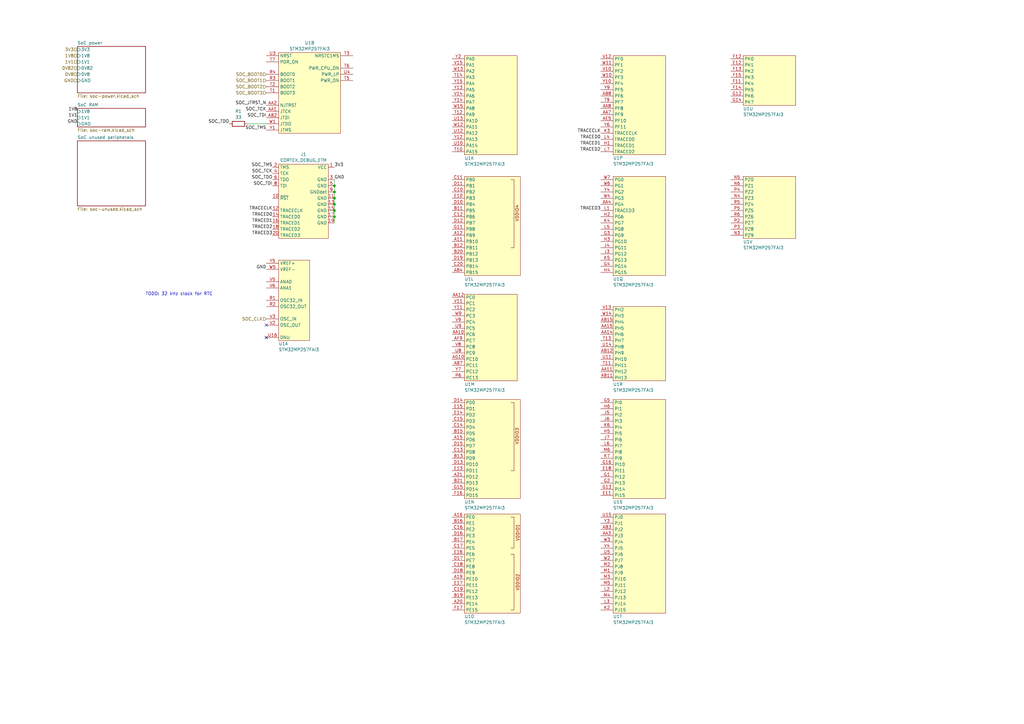
<source format=kicad_sch>
(kicad_sch (version 20231120) (generator "eeschema") (generator_version "8.0")
  (paper "A3")
  (title_block (title "AYRTON Main Board") (date "2024-11-18") (rev "0.1") (company "Antikernel Labs") (comment 1 "Andrew D. Zonenberg"))
  (lib_symbols
    (symbol "device:R" (pin_numbers hide) (pin_names (offset 0))
      (property "Reference" "R" (at 2.032 0 90))
      (property "Value" "R" (at 0 0 90))
      (symbol "R_0_1"
        (rectangle (start -1.016 -2.54) (end 1.016 2.54) (stroke (width 0.254)))
      )
      (symbol "R_1_1"
        (pin passive line (at 0 3.81 270) (length 1.27) (name "~") (number "1"))
        (pin passive line (at 0 -3.81 90) (length 1.27) (name "~") (number "2"))
      )
    )
    (symbol "special-azonenberg:CORTEX_DEBUG_ETM"
      (property "Reference" "J" (at 0 -2.286 0))
      (property "Value" "CORTEX_DEBUG_ETM" (at -0.508 -4.826 0))
      (symbol "CORTEX_DEBUG_ETM_1_1"
        (rectangle (start 0 30.48) (end 20.32 0) (fill (type background)))
        (pin power_in line (at 22.86 29.21 180) (length 2.54) (name "VCC") (number "1"))
        (pin output line (at -2.54 16.51 0) (length 2.54) (name "~{RST}") (number "10"))
        (pin power_in line (at 22.86 16.51 180) (length 2.54) (name "GND") (number "11"))
        (pin input line (at -2.54 11.43 0) (length 2.54) (name "TRACECLK") (number "12"))
        (pin power_in line (at 22.86 13.97 180) (length 2.54) (name "GND") (number "13"))
        (pin input line (at -2.54 8.89 0) (length 2.54) (name "TRACED0") (number "14"))
        (pin power_in line (at 22.86 11.43 180) (length 2.54) (name "GND") (number "15"))
        (pin input line (at -2.54 6.35 0) (length 2.54) (name "TRACED1") (number "16"))
        (pin power_in line (at 22.86 8.89 180) (length 2.54) (name "GND") (number "17"))
        (pin input line (at -2.54 3.81 0) (length 2.54) (name "TRACED2") (number "18"))
        (pin power_in line (at 22.86 6.35 180) (length 2.54) (name "GND") (number "19"))
        (pin output line (at -2.54 29.21 0) (length 2.54) (name "TMS") (number "2"))
        (pin input line (at -2.54 1.27 0) (length 2.54) (name "TRACED3") (number "20"))
        (pin power_in line (at 22.86 24.13 180) (length 2.54) (name "GND") (number "3"))
        (pin output line (at -2.54 26.67 0) (length 2.54) (name "TCK") (number "4"))
        (pin power_in line (at 22.86 21.59 180) (length 2.54) (name "GND") (number "5"))
        (pin input line (at -2.54 24.13 0) (length 2.54) (name "TDO") (number "6"))
        (pin output line (at -2.54 21.59 0) (length 2.54) (name "TDI") (number "8"))
        (pin power_in line (at 22.86 19.05 180) (length 2.54) (name "GNDdet") (number "9"))
      )
    )
    (symbol "st-azonenberg:STM32MP257FAI3"
      (property "Reference" "U" (at 0 -1.016 0))
      (property "Value" "STM32MP257FAI3" (at 0 -3.048 0))
      (symbol "STM32MP257FAI3_1_1"
        (rectangle (start 0 33.02) (end 12.7 0) (fill (type background)))
        (pin input line (at -5.08 16.51 0) (length 5.08) (name "OSC32_IN") (number "R1"))
        (pin output line (at -5.08 13.97 0) (length 5.08) (name "OSC32_OUT") (number "R2"))
        (pin no_connect line (at -5.08 1.27 0) (length 5.08) (name "DNU") (number "U16"))
        (pin output line (at -5.08 6.35 0) (length 5.08) (name "OSC_OUT") (number "V2"))
        (pin input line (at -5.08 8.89 0) (length 5.08) (name "OSC_IN") (number "V3"))
        (pin input line (at -5.08 24.13 0) (length 5.08) (name "ANA0") (number "V5"))
        (pin input line (at -5.08 21.59 0) (length 5.08) (name "ANA1") (number "V6"))
        (pin power_in line (at -5.08 29.21 0) (length 5.08) (name "VREF-") (number "W5"))
        (pin power_in line (at -5.08 31.75 0) (length 5.08) (name "VREF+") (number "Y5"))
      )
      (symbol "STM32MP257FAI3_2_1"
        (rectangle (start 0 33.02) (end 25.4 0) (fill (type background)))
        (pin input line (at -5.08 8.89 0) (length 5.08) (name "JTCK") (number "AA1"))
        (pin input line (at -5.08 11.43 0) (length 5.08) (name "NJTRST") (number "AA2"))
        (pin input line (at -5.08 6.35 0) (length 5.08) (name "JTDI") (number "AB2"))
        (pin input line (at -5.08 21.59 0) (length 5.08) (name "BOOT1") (number "R3"))
        (pin input line (at -5.08 24.13 0) (length 5.08) (name "BOOT0") (number "R4"))
        (pin input line (at -5.08 16.51 0) (length 5.08) (name "BOOT3") (number "T1"))
        (pin input line (at -5.08 19.05 0) (length 5.08) (name "BOOT2") (number "T2"))
        (pin output line (at 30.48 31.75 180) (length 5.08) (name "NRSTC1MS") (number "T3"))
        (pin output line (at 30.48 21.59 180) (length 5.08) (name "PWR_ON") (number "T5"))
        (pin output line (at 30.48 26.67 180) (length 5.08) (name "PWR_CPU_ON") (number "T6"))
        (pin input line (at -5.08 29.21 0) (length 5.08) (name "PDR_ON") (number "T7"))
        (pin bidirectional line (at -5.08 31.75 0) (length 5.08) (name "NRST") (number "U3"))
        (pin output line (at 30.48 24.13 180) (length 5.08) (name "PWR_LP") (number "U4"))
        (pin output line (at -5.08 3.81 0) (length 5.08) (name "JTDO") (number "W1"))
        (pin input line (at -5.08 1.27 0) (length 5.08) (name "JTMS") (number "Y1"))
      )
      (symbol "STM32MP257FAI3_3_1"
        (rectangle (start 0 27.94) (end 19.05 0) (fill (type background)))
        (pin bidirectional line (at -5.08 19.05 0) (length 5.08) (name "USBH_HS_DP") (number "AA16"))
        (pin bidirectional line (at -5.08 16.51 0) (length 5.08) (name "USBH_HS_DM") (number "AB16"))
        (pin bidirectional line (at -5.08 26.67 0) (length 5.08) (name "UCPD1_CC1") (number "T15"))
        (pin bidirectional line (at -5.08 24.13 0) (length 5.08) (name "UCPD1_CC2") (number "T17"))
        (pin input line (at -5.08 3.81 0) (length 5.08) (name "USBH_HS_TXRTUNE") (number "V16"))
        (pin input line (at -5.08 1.27 0) (length 5.08) (name "USB3DR_TXRTUNE") (number "V17"))
        (pin bidirectional line (at -5.08 11.43 0) (length 5.08) (name "USB3DR_DP") (number "W17"))
        (pin bidirectional line (at -5.08 8.89 0) (length 5.08) (name "USB3DR_DM") (number "Y17"))
      )
      (symbol "STM32MP257FAI3_4_1"
        (rectangle (start 0 25.4) (end 11.43 0) (fill (type background)))
        (pin input line (at -5.08 13.97 0) (length 5.08) (name "CSI_D0N") (number "B5"))
        (pin input line (at -5.08 16.51 0) (length 5.08) (name "CSI_D0P") (number "C5"))
        (pin input line (at -5.08 21.59 0) (length 5.08) (name "CSI_CKP") (number "C6"))
        (pin input line (at -5.08 24.13 0) (length 5.08) (name "CSI_CKN") (number "D6"))
        (pin input line (at -5.08 8.89 0) (length 5.08) (name "CSI_D1P") (number "D7"))
        (pin input line (at -5.08 1.27 0) (length 5.08) (name "CSI_REXT") (number "E6"))
        (pin input line (at -5.08 6.35 0) (length 5.08) (name "CSI_D1N") (number "E7"))
      )
      (symbol "STM32MP257FAI3_5_1"
        (rectangle (start 0 78.74) (end 15.24 0) (fill (type background)))
        (pin output line (at -5.08 26.67 0) (length 5.08) (name "DDR_A20") (number "G18"))
        (pin output line (at -5.08 21.59 0) (length 5.08) (name "DDR_A22") (number "H17"))
        (pin output line (at -5.08 34.29 0) (length 5.08) (name "DDR_A17") (number "H18"))
        (pin output line (at -5.08 31.75 0) (length 5.08) (name "DDR_A18") (number "H19"))
        (pin output line (at -5.08 19.05 0) (length 5.08) (name "DDR_A23") (number "J17"))
        (pin output line (at -5.08 36.83 0) (length 5.08) (name "DDR_A16") (number "J18"))
        (pin output line (at -5.08 24.13 0) (length 5.08) (name "DDR_A21") (number "J19"))
        (pin output line (at -5.08 29.21 0) (length 5.08) (name "DDR_A19") (number "K17"))
        (pin output line (at -5.08 44.45 0) (length 5.08) (name "DDR_A13") (number "K18"))
        (pin output line (at -5.08 46.99 0) (length 5.08) (name "DDR_A12") (number "K19"))
        (pin output line (at -5.08 39.37 0) (length 5.08) (name "DDR_A15") (number "L17"))
        (pin output line (at -5.08 41.91 0) (length 5.08) (name "DDR_A14") (number "L18"))
        (pin output line (at -5.08 77.47 0) (length 5.08) (name "DDR_A0") (number "M16"))
        (pin output line (at -5.08 69.85 0) (length 5.08) (name "DDR_A3") (number "M17"))
        (pin output line (at -5.08 8.89 0) (length 5.08) (name "DDR_A28") (number "M18"))
        (pin output line (at -5.08 64.77 0) (length 5.08) (name "DDR_A5") (number "M19"))
        (pin output line (at -5.08 72.39 0) (length 5.08) (name "DDR_A2") (number "N16"))
        (pin output line (at -5.08 49.53 0) (length 5.08) (name "DDR_A11") (number "N17"))
        (pin output line (at -5.08 52.07 0) (length 5.08) (name "DDR_A10") (number "N18"))
        (pin output line (at -5.08 67.31 0) (length 5.08) (name "DDR_A4") (number "N19"))
        (pin output line (at -5.08 1.27 0) (length 5.08) (name "DDR_A31") (number "P16"))
        (pin output line (at -5.08 3.81 0) (length 5.08) (name "DDR_A30") (number "P17"))
        (pin output line (at -5.08 54.61 0) (length 5.08) (name "DDR_A9") (number "P18"))
        (pin output line (at -5.08 57.15 0) (length 5.08) (name "DDR_A8") (number "P19"))
        (pin output line (at -5.08 16.51 0) (length 5.08) (name "DDR_A25") (number "R17"))
        (pin output line (at -5.08 11.43 0) (length 5.08) (name "DDR_A27") (number "R18"))
        (pin output line (at -5.08 13.97 0) (length 5.08) (name "DDR_A26") (number "R19"))
        (pin output line (at -5.08 62.23 0) (length 5.08) (name "DDR_A6") (number "T18"))
        (pin output line (at -5.08 6.35 0) (length 5.08) (name "DDR_A29") (number "T19"))
        (pin output line (at -5.08 74.93 0) (length 5.08) (name "DDR_A1") (number "U18"))
        (pin output line (at -5.08 59.69 0) (length 5.08) (name "DDR_A7") (number "U19"))
      )
      (symbol "STM32MP257FAI3_6_1"
        (rectangle (start 0 81.28) (end 29.21 0) (fill (type background)))
        (pin bidirectional line (at 34.29 72.39 180) (length 5.08) (name "DDR_DQ3") (number "AA22"))
        (pin bidirectional line (at 34.29 31.75 180) (length 5.08) (name "DDR_DQ19") (number "B22"))
        (pin bidirectional line (at 34.29 34.29 180) (length 5.08) (name "DDR_DQ18") (number "C21"))
        (pin bidirectional line (at 34.29 36.83 180) (length 5.08) (name "DDR_DQ17") (number "C22"))
        (pin bidirectional line (at 34.29 39.37 180) (length 5.08) (name "DDR_DQ16") (number "D20"))
        (pin bidirectional line (at -5.08 52.07 0) (length 5.08) (name "DDR_DQS2_P") (number "D21"))
        (pin bidirectional line (at -5.08 49.53 0) (length 5.08) (name "DDR_DQS2_N") (number "D22"))
        (pin bidirectional line (at 34.29 24.13 180) (length 5.08) (name "DDR_DQ22") (number "E19"))
        (pin bidirectional line (at 34.29 21.59 180) (length 5.08) (name "DDR_DQ23") (number "E20"))
        (pin output line (at -5.08 74.93 0) (length 5.08) (name "DDR_DQM2") (number "E21"))
        (pin output line (at -5.08 29.21 0) (length 5.08) (name "DDR_RESETN") (number "F18"))
        (pin bidirectional line (at 34.29 26.67 180) (length 5.08) (name "DDR_DQ21") (number "F19"))
        (pin bidirectional line (at 34.29 29.21 180) (length 5.08) (name "DDR_DQ20") (number "F20"))
        (pin bidirectional line (at 34.29 19.05 180) (length 5.08) (name "DDR_DQ24") (number "G19"))
        (pin bidirectional line (at 34.29 11.43 180) (length 5.08) (name "DDR_DQ27") (number "G20"))
        (pin bidirectional line (at 34.29 13.97 180) (length 5.08) (name "DDR_DQ26") (number "G21"))
        (pin bidirectional line (at 34.29 16.51 180) (length 5.08) (name "DDR_DQ25") (number "G22"))
        (pin output line (at -5.08 72.39 0) (length 5.08) (name "DDR_DQM3") (number "H20"))
        (pin bidirectional line (at -5.08 41.91 0) (length 5.08) (name "DDR_DQS3_N") (number "H21"))
        (pin bidirectional line (at -5.08 44.45 0) (length 5.08) (name "DDR_DQS3_P") (number "H22"))
        (pin bidirectional line (at 34.29 6.35 180) (length 5.08) (name "DDR_DQ29") (number "J20"))
        (pin bidirectional line (at 34.29 8.89 180) (length 5.08) (name "DDQ_DQ28") (number "J21"))
        (pin input line (at -5.08 34.29 0) (length 5.08) (name "DDR_ZQ") (number "K16"))
        (pin bidirectional line (at 34.29 3.81 180) (length 5.08) (name "DDR_DQ30") (number "K20"))
        (pin bidirectional line (at 34.29 1.27 180) (length 5.08) (name "DDR_DQ31") (number "L19"))
        (pin input line (at -5.08 36.83 0) (length 5.08) (name "DDR_VREF") (number "L20"))
        (pin bidirectional line (at 34.29 54.61 180) (length 5.08) (name "DDR_DQ10") (number "L21"))
        (pin bidirectional line (at 34.29 52.07 180) (length 5.08) (name "DDR_DQ11") (number "L22"))
        (pin bidirectional line (at 34.29 59.69 180) (length 5.08) (name "DDR_DQ8") (number "M21"))
        (pin bidirectional line (at 34.29 57.15 180) (length 5.08) (name "DDR_DQ9") (number "M22"))
        (pin bidirectional line (at -5.08 59.69 0) (length 5.08) (name "DDR_DQS1_P") (number "N20"))
        (pin bidirectional line (at -5.08 57.15 0) (length 5.08) (name "DDR_DQS1_N") (number "N21"))
        (pin output line (at -5.08 77.47 0) (length 5.08) (name "DDR_DQM1") (number "P20"))
        (pin bidirectional line (at 34.29 46.99 180) (length 5.08) (name "DDR_DQ13") (number "R20"))
        (pin bidirectional line (at 34.29 44.45 180) (length 5.08) (name "DDR_DQ14") (number "R21"))
        (pin bidirectional line (at 34.29 41.91 180) (length 5.08) (name "DDR_DQ15") (number "R22"))
        (pin bidirectional line (at 34.29 67.31 180) (length 5.08) (name "DDR_DQ5") (number "T20"))
        (pin bidirectional line (at 34.29 69.85 180) (length 5.08) (name "DDR_DQ4") (number "T21"))
        (pin bidirectional line (at 34.29 49.53 180) (length 5.08) (name "DDR_DQ12") (number "T22"))
        (pin bidirectional line (at 34.29 62.23 180) (length 5.08) (name "DDR_DQ7") (number "U20"))
        (pin bidirectional line (at 34.29 64.77 180) (length 5.08) (name "DDR_DQ6") (number "U21"))
        (pin bidirectional line (at -5.08 67.31 0) (length 5.08) (name "DDR_DQS0_P") (number "V20"))
        (pin bidirectional line (at -5.08 64.77 0) (length 5.08) (name "DDR_DQS0_N") (number "W20"))
        (pin output line (at -5.08 80.01 0) (length 5.08) (name "DDR_DQM0") (number "W21"))
        (pin bidirectional line (at 34.29 80.01 180) (length 5.08) (name "DDR_DQ0") (number "W22"))
        (pin bidirectional line (at 34.29 77.47 180) (length 5.08) (name "DDR_DQ1") (number "Y21"))
        (pin bidirectional line (at 34.29 74.93 180) (length 5.08) (name "DDR_DQ2") (number "Y22"))
      )
      (symbol "STM32MP257FAI3_7_1"
        (rectangle (start 0 40.64) (end 10.16 0) (fill (type background)))
        (pin output line (at -5.08 8.89 0) (length 5.08) (name "DSI_D3P") (number "A7"))
        (pin output line (at -5.08 39.37 0) (length 5.08) (name "DSI_CKP") (number "A8"))
        (pin output line (at -5.08 6.35 0) (length 5.08) (name "DSI_D3N") (number "B7"))
        (pin output line (at -5.08 36.83 0) (length 5.08) (name "DSI_CKN") (number "B8"))
        (pin output line (at -5.08 29.21 0) (length 5.08) (name "DSI_D0N") (number "B9"))
        (pin output line (at -5.08 16.51 0) (length 5.08) (name "DSI_D2P") (number "C8"))
        (pin output line (at -5.08 31.75 0) (length 5.08) (name "DSI_D0P") (number "C9"))
        (pin output line (at -5.08 13.97 0) (length 5.08) (name "DSI_D2N") (number "D8"))
        (pin output line (at -5.08 24.13 0) (length 5.08) (name "DSI_D1P") (number "D9"))
        (pin input line (at -5.08 1.27 0) (length 5.08) (name "DSI_REXT") (number "E8"))
        (pin output line (at -5.08 21.59 0) (length 5.08) (name "DSI_D1N") (number "E9"))
      )
      (symbol "STM32MP257FAI3_8_1"
        (rectangle (start 0 35.56) (end 12.7 0) (fill (type background)))
        (pin output line (at -5.08 24.13 0) (length 5.08) (name "LVDS1_D1N") (number "D1"))
        (pin output line (at -5.08 26.67 0) (length 5.08) (name "LVDS1_D1P") (number "D2"))
        (pin output line (at -5.08 31.75 0) (length 5.08) (name "LVDS1_D0N") (number "D3"))
        (pin output line (at -5.08 34.29 0) (length 5.08) (name "LVDS1_D0P") (number "D4"))
        (pin output line (at -5.08 19.05 0) (length 5.08) (name "LVDS1_D2P") (number "E3"))
        (pin output line (at -5.08 16.51 0) (length 5.08) (name "LVDS1_D2N") (number "E4"))
        (pin output line (at -5.08 11.43 0) (length 5.08) (name "LVDS1_D3P") (number "F2"))
        (pin output line (at -5.08 8.89 0) (length 5.08) (name "LVDS1_D3N") (number "F3"))
        (pin output line (at -5.08 3.81 0) (length 5.08) (name "LVDS1_D4P") (number "F4"))
        (pin output line (at -5.08 1.27 0) (length 5.08) (name "LVDS1_D4N") (number "F5"))
      )
      (symbol "STM32MP257FAI3_9_1"
        (rectangle (start 0 35.56) (end 12.7 0) (fill (type background)))
        (pin output line (at -5.08 26.67 0) (length 5.08) (name "LVDS2_D1P") (number "A2"))
        (pin output line (at -5.08 24.13 0) (length 5.08) (name "LVDS2_D1N") (number "A3"))
        (pin output line (at -5.08 34.29 0) (length 5.08) (name "LVDS2_D0P") (number "A4"))
        (pin output line (at -5.08 3.81 0) (length 5.08) (name "LVDS2_D4P") (number "B1"))
        (pin output line (at -5.08 1.27 0) (length 5.08) (name "LVDS2_D4N") (number "B2"))
        (pin output line (at -5.08 16.51 0) (length 5.08) (name "LVDS2_D2N") (number "B3"))
        (pin output line (at -5.08 31.75 0) (length 5.08) (name "LVDS2_D0N") (number "B4"))
        (pin output line (at -5.08 11.43 0) (length 5.08) (name "LVDS2_D3P") (number "C1"))
        (pin output line (at -5.08 8.89 0) (length 5.08) (name "LVDS2_D3N") (number "C2"))
        (pin output line (at -5.08 19.05 0) (length 5.08) (name "LVDS2_D2P") (number "C3"))
      )
      (symbol "STM32MP257FAI3_10_1"
        (rectangle (start 0 33.02) (end 17.78 0) (fill (type background)))
        (pin input line (at -5.08 29.21 0) (length 5.08) (name "PCIE_CLKINN") (number "AA18"))
        (pin output line (at -5.08 3.81 0) (length 5.08) (name "COMBOPHY_TX1P") (number "AA19"))
        (pin input line (at -5.08 11.43 0) (length 5.08) (name "COMBOPHY_RX1P") (number "AA20"))
        (pin output line (at -5.08 24.13 0) (length 5.08) (name "PCIE_CLKOUTP") (number "AA21"))
        (pin output line (at -5.08 1.27 0) (length 5.08) (name "COMBOPHY_TX1N") (number "AB19"))
        (pin input line (at -5.08 8.89 0) (length 5.08) (name "COMBOPHY_RX1N") (number "AB20"))
        (pin output line (at -5.08 21.59 0) (length 5.08) (name "PCIE_CLKOUTN") (number "AB21"))
        (pin input line (at -5.08 31.75 0) (length 5.08) (name "PCIE_CLKINP") (number "Y18"))
        (pin passive line (at -5.08 16.51 0) (length 5.08) (name "COMBOPHY_REXT") (number "Y20"))
      )
      (symbol "STM32MP257FAI3_11_1"
        (rectangle (start 0 40.64) (end 21.59 0) (fill (type background)))
        (pin bidirectional line (at -5.08 1.27 0) (length 5.08) (name "PA15") (number "T10"))
        (pin bidirectional line (at -5.08 16.51 0) (length 5.08) (name "PA9") (number "T12"))
        (pin bidirectional line (at -5.08 31.75 0) (length 5.08) (name "PA3") (number "T14"))
        (pin bidirectional line (at -5.08 3.81 0) (length 5.08) (name "PA14") (number "U10"))
        (pin bidirectional line (at -5.08 8.89 0) (length 5.08) (name "PA12") (number "U12"))
        (pin bidirectional line (at -5.08 13.97 0) (length 5.08) (name "PA10") (number "U13"))
        (pin bidirectional line (at -5.08 24.13 0) (length 5.08) (name "PA6") (number "V14"))
        (pin bidirectional line (at -5.08 36.83 0) (length 5.08) (name "PA1") (number "V15"))
        (pin bidirectional line (at -5.08 11.43 0) (length 5.08) (name "PA11") (number "W12"))
        (pin bidirectional line (at -5.08 34.29 0) (length 5.08) (name "PA2") (number "W13"))
        (pin bidirectional line (at -5.08 19.05 0) (length 5.08) (name "PA8") (number "W15"))
        (pin bidirectional line (at -5.08 6.35 0) (length 5.08) (name "PA13") (number "Y12"))
        (pin bidirectional line (at -5.08 26.67 0) (length 5.08) (name "PA5") (number "Y13"))
        (pin bidirectional line (at -5.08 21.59 0) (length 5.08) (name "PA7") (number "Y14"))
        (pin bidirectional line (at -5.08 29.21 0) (length 5.08) (name "PA4") (number "Y15"))
        (pin bidirectional line (at -5.08 39.37 0) (length 5.08) (name "PA0") (number "Y2"))
      )
      (symbol "STM32MP257FAI3_12_1"
        (polyline (pts (xy 19.05 39.37) (xy 20.32 39.37) (xy 20.32 11.43) (xy 19.05 11.43)))
        (rectangle (start 0 40.64) (end 22.86 0) (fill (type background)))
        (text "VDDIO4" (at 21.59 25.654 900) (effects (font (size 1.27 1.27))))
        (pin bidirectional line (at -5.08 13.97 0) (length 5.08) (name "PB10") (number "A11"))
        (pin bidirectional line (at -5.08 16.51 0) (length 5.08) (name "PB9") (number "A12"))
        (pin bidirectional line (at -5.08 1.27 0) (length 5.08) (name "PB15") (number "AB4"))
        (pin bidirectional line (at -5.08 26.67 0) (length 5.08) (name "PB5") (number "B11"))
        (pin bidirectional line (at -5.08 11.43 0) (length 5.08) (name "PB11") (number "B12"))
        (pin bidirectional line (at -5.08 8.89 0) (length 5.08) (name "PB12") (number "B20"))
        (pin bidirectional line (at -5.08 34.29 0) (length 5.08) (name "PB2") (number "C10"))
        (pin bidirectional line (at -5.08 39.37 0) (length 5.08) (name "PB0") (number "C11"))
        (pin bidirectional line (at -5.08 24.13 0) (length 5.08) (name "PB6") (number "C12"))
        (pin bidirectional line (at -5.08 3.81 0) (length 5.08) (name "PB14") (number "C20"))
        (pin bidirectional line (at -5.08 29.21 0) (length 5.08) (name "PB4") (number "D10"))
        (pin bidirectional line (at -5.08 36.83 0) (length 5.08) (name "PB1") (number "D11"))
        (pin bidirectional line (at -5.08 21.59 0) (length 5.08) (name "PB7") (number "D12"))
        (pin bidirectional line (at -5.08 6.35 0) (length 5.08) (name "PB13") (number "D19"))
        (pin bidirectional line (at -5.08 31.75 0) (length 5.08) (name "PB3") (number "E10"))
        (pin bidirectional line (at -5.08 19.05 0) (length 5.08) (name "PB8") (number "G11"))
      )
      (symbol "STM32MP257FAI3_13_1"
        (rectangle (start 0 35.56) (end 21.59 0) (fill (type background)))
        (pin bidirectional line (at -5.08 19.05 0) (length 5.08) (name "PC6") (number "AA10"))
        (pin bidirectional line (at -5.08 34.29 0) (length 5.08) (name "PC0") (number "AA12"))
        (pin bidirectional line (at -5.08 6.35 0) (length 5.08) (name "PC11") (number "AB7"))
        (pin bidirectional line (at -5.08 16.51 0) (length 5.08) (name "PC7") (number "AF9"))
        (pin bidirectional line (at -5.08 8.89 0) (length 5.08) (name "PC10") (number "AG10"))
        (pin bidirectional line (at -5.08 1.27 0) (length 5.08) (name "PC13") (number "P6"))
        (pin bidirectional line (at -5.08 11.43 0) (length 5.08) (name "PC9") (number "U8"))
        (pin bidirectional line (at -5.08 21.59 0) (length 5.08) (name "PC5") (number "U9"))
        (pin bidirectional line (at -5.08 31.75 0) (length 5.08) (name "PC1") (number "V11"))
        (pin bidirectional line (at -5.08 13.97 0) (length 5.08) (name "PC8") (number "V8"))
        (pin bidirectional line (at -5.08 24.13 0) (length 5.08) (name "PC4") (number "V9"))
        (pin bidirectional line (at -5.08 26.67 0) (length 5.08) (name "PC3") (number "W9"))
        (pin bidirectional line (at -5.08 29.21 0) (length 5.08) (name "PC2") (number "Y11"))
        (pin bidirectional line (at -5.08 3.81 0) (length 5.08) (name "PC12") (number "Y7"))
      )
      (symbol "STM32MP257FAI3_14_1"
        (polyline (pts (xy 19.05 39.37) (xy 20.32 39.37) (xy 20.32 11.43) (xy 19.05 11.43)))
        (rectangle (start 0 40.64) (end 22.86 0) (fill (type background)))
        (text "VDDIO3" (at 21.59 25.654 900) (effects (font (size 1.27 1.27))))
        (pin bidirectional line (at -5.08 24.13 0) (length 5.08) (name "PD6") (number "A15") (alternate "TRACED2" bidirectional line))
        (pin bidirectional line (at -5.08 8.89 0) (length 5.08) (name "PD12") (number "A21"))
        (pin bidirectional line (at -5.08 16.51 0) (length 5.08) (name "PD9") (number "B13"))
        (pin bidirectional line (at -5.08 26.67 0) (length 5.08) (name "PD5") (number "B15") (alternate "TRACED1" bidirectional line))
        (pin bidirectional line (at -5.08 6.35 0) (length 5.08) (name "PD13") (number "B21"))
        (pin bidirectional line (at -5.08 19.05 0) (length 5.08) (name "PD8") (number "C13"))
        (pin bidirectional line (at -5.08 29.21 0) (length 5.08) (name "PD4") (number "C14") (alternate "TRACED0" bidirectional line))
        (pin bidirectional line (at -5.08 31.75 0) (length 5.08) (name "PD3") (number "C15"))
        (pin bidirectional line (at -5.08 13.97 0) (length 5.08) (name "PD10") (number "D13"))
        (pin bidirectional line (at -5.08 39.37 0) (length 5.08) (name "PD0") (number "D14") (alternate "TRACECLK" bidirectional line))
        (pin bidirectional line (at -5.08 21.59 0) (length 5.08) (name "PD7") (number "D15") (alternate "TRACED3" bidirectional line))
        (pin bidirectional line (at -5.08 11.43 0) (length 5.08) (name "PD11") (number "E13"))
        (pin bidirectional line (at -5.08 34.29 0) (length 5.08) (name "PD2") (number "E14"))
        (pin bidirectional line (at -5.08 36.83 0) (length 5.08) (name "PD1") (number "E15"))
        (pin bidirectional line (at -5.08 1.27 0) (length 5.08) (name "PD15") (number "F16"))
        (pin bidirectional line (at -5.08 3.81 0) (length 5.08) (name "PD14") (number "G15"))
      )
      (symbol "STM32MP257FAI3_15_1"
        (polyline (pts (xy 19.05 24.13) (xy 20.32 24.13) (xy 20.32 1.27) (xy 19.05 1.27)))
        (polyline (pts (xy 19.05 39.37) (xy 20.32 39.37) (xy 20.32 26.67) (xy 19.05 26.67)))
        (rectangle (start 0 40.64) (end 22.86 0) (fill (type background)))
        (text "VDDIO1" (at 21.844 33.02 900) (effects (font (size 1.27 1.27))))
        (text "VDDIO2" (at 21.844 12.7 900) (effects (font (size 1.27 1.27))))
        (pin bidirectional line (at -5.08 39.37 0) (length 5.08) (name "PE0") (number "A16") (alternate "TRACED2" bidirectional line))
        (pin bidirectional line (at -5.08 13.97 0) (length 5.08) (name "PE10") (number "A19"))
        (pin bidirectional line (at -5.08 3.81 0) (length 5.08) (name "PE14") (number "A20"))
        (pin bidirectional line (at -5.08 36.83 0) (length 5.08) (name "PE1") (number "B16") (alternate "TRACED3" bidirectional line))
        (pin bidirectional line (at -5.08 29.21 0) (length 5.08) (name "PE4") (number "B17") (alternate "TRACED0" bidirectional line))
        (pin bidirectional line (at -5.08 6.35 0) (length 5.08) (name "PE13") (number "B19"))
        (pin bidirectional line (at -5.08 34.29 0) (length 5.08) (name "PE2") (number "C16"))
        (pin bidirectional line (at -5.08 26.67 0) (length 5.08) (name "PE5") (number "C17") (alternate "TRACED1" bidirectional line))
        (pin bidirectional line (at -5.08 19.05 0) (length 5.08) (name "PE8") (number "C18"))
        (pin bidirectional line (at -5.08 8.89 0) (length 5.08) (name "PE12") (number "C19"))
        (pin bidirectional line (at -5.08 31.75 0) (length 5.08) (name "PE3") (number "D16") (alternate "TRACECLK" bidirectional line))
        (pin bidirectional line (at -5.08 21.59 0) (length 5.08) (name "PE7") (number "D17"))
        (pin bidirectional line (at -5.08 16.51 0) (length 5.08) (name "PE9") (number "D18"))
        (pin bidirectional line (at -5.08 24.13 0) (length 5.08) (name "PE6") (number "E16"))
        (pin bidirectional line (at -5.08 11.43 0) (length 5.08) (name "PE11") (number "E17"))
        (pin bidirectional line (at -5.08 1.27 0) (length 5.08) (name "PE15") (number "F17"))
      )
      (symbol "STM32MP257FAI3_16_1"
        (rectangle (start 0 40.64) (end 21.59 0) (fill (type background)))
        (pin bidirectional line (at -5.08 16.51 0) (length 5.08) (name "PF9") (number "AA7"))
        (pin bidirectional line (at -5.08 19.05 0) (length 5.08) (name "PF8") (number "AA8"))
        (pin bidirectional line (at -5.08 24.13 0) (length 5.08) (name "PF6") (number "AB8"))
        (pin bidirectional line (at -5.08 13.97 0) (length 5.08) (name "PF10") (number "AE5"))
        (pin bidirectional line (at -5.08 3.81 0) (length 5.08) (name "PF14") (number "H1") (alternate "TRACED1" bidirectional line))
        (pin bidirectional line (at -5.08 8.89 0) (length 5.08) (name "PF12") (number "K3") (alternate "TRACECLK" bidirectional line))
        (pin bidirectional line (at -5.08 6.35 0) (length 5.08) (name "PF13") (number "L4") (alternate "TRACED0" bidirectional line))
        (pin bidirectional line (at -5.08 1.27 0) (length 5.08) (name "PF15") (number "L7") (alternate "TRACED2" bidirectional line))
        (pin bidirectional line (at -5.08 21.59 0) (length 5.08) (name "PF7") (number "T9"))
        (pin bidirectional line (at -5.08 34.29 0) (length 5.08) (name "PF2") (number "V10"))
        (pin bidirectional line (at -5.08 39.37 0) (length 5.08) (name "PF0") (number "V12"))
        (pin bidirectional line (at -5.08 31.75 0) (length 5.08) (name "PF3") (number "W10"))
        (pin bidirectional line (at -5.08 36.83 0) (length 5.08) (name "PF1") (number "W11"))
        (pin bidirectional line (at -5.08 29.21 0) (length 5.08) (name "PF4") (number "Y10"))
        (pin bidirectional line (at -5.08 11.43 0) (length 5.08) (name "PF11") (number "Y6"))
        (pin bidirectional line (at -5.08 26.67 0) (length 5.08) (name "PF5") (number "Y9"))
      )
      (symbol "STM32MP257FAI3_17_1"
        (rectangle (start 0 40.64) (end 21.59 0) (fill (type background)))
        (pin bidirectional line (at -5.08 29.21 0) (length 5.08) (name "PG4") (number "AA4"))
        (pin bidirectional line (at -5.08 16.51 0) (length 5.08) (name "PG9") (number "G3"))
        (pin bidirectional line (at -5.08 3.81 0) (length 5.08) (name "PG14") (number "G4"))
        (pin bidirectional line (at -5.08 24.13 0) (length 5.08) (name "PG6") (number "H2"))
        (pin bidirectional line (at -5.08 13.97 0) (length 5.08) (name "PG10") (number "H3"))
        (pin bidirectional line (at -5.08 1.27 0) (length 5.08) (name "PG15") (number "H4"))
        (pin bidirectional line (at -5.08 8.89 0) (length 5.08) (name "PG12") (number "J3"))
        (pin bidirectional line (at -5.08 11.43 0) (length 5.08) (name "PG11") (number "J4"))
        (pin bidirectional line (at -5.08 21.59 0) (length 5.08) (name "PG7") (number "K4"))
        (pin bidirectional line (at -5.08 6.35 0) (length 5.08) (name "PG13") (number "K5"))
        (pin bidirectional line (at -5.08 26.67 0) (length 5.08) (name "PG5") (number "L1") (alternate "TRACED3" bidirectional line))
        (pin bidirectional line (at -5.08 19.05 0) (length 5.08) (name "PG8") (number "L5"))
        (pin bidirectional line (at -5.08 31.75 0) (length 5.08) (name "PG3") (number "W4"))
        (pin bidirectional line (at -5.08 36.83 0) (length 5.08) (name "PG1") (number "W6"))
        (pin bidirectional line (at -5.08 39.37 0) (length 5.08) (name "PG0") (number "W7"))
        (pin bidirectional line (at -5.08 34.29 0) (length 5.08) (name "PG2") (number "Y4"))
      )
      (symbol "STM32MP257FAI3_18_1"
        (rectangle (start 0 30.48) (end 21.59 0) (fill (type background)))
        (pin bidirectional line (at -5.08 3.81 0) (length 5.08) (name "PH12") (number "AA11"))
        (pin bidirectional line (at -5.08 19.05 0) (length 5.08) (name "PH6") (number "AA14"))
        (pin bidirectional line (at -5.08 21.59 0) (length 5.08) (name "PH5") (number "AA15"))
        (pin bidirectional line (at -5.08 1.27 0) (length 5.08) (name "PH13") (number "AB11"))
        (pin bidirectional line (at -5.08 11.43 0) (length 5.08) (name "PH9") (number "AB12"))
        (pin bidirectional line (at -5.08 24.13 0) (length 5.08) (name "PH4") (number "AB15"))
        (pin bidirectional line (at -5.08 6.35 0) (length 5.08) (name "PH11") (number "T11"))
        (pin bidirectional line (at -5.08 16.51 0) (length 5.08) (name "PH7") (number "T13"))
        (pin bidirectional line (at -5.08 8.89 0) (length 5.08) (name "PH10") (number "U11"))
        (pin bidirectional line (at -5.08 13.97 0) (length 5.08) (name "PH8") (number "U14"))
        (pin bidirectional line (at -5.08 29.21 0) (length 5.08) (name "PH2") (number "V13"))
        (pin bidirectional line (at -5.08 26.67 0) (length 5.08) (name "PH3") (number "W14"))
      )
      (symbol "STM32MP257FAI3_19_1"
        (rectangle (start 0 40.64) (end 21.59 0) (fill (type background)))
        (pin bidirectional line (at -5.08 1.27 0) (length 5.08) (name "PI15") (number "E11"))
        (pin bidirectional line (at -5.08 11.43 0) (length 5.08) (name "PI11") (number "E18"))
        (pin bidirectional line (at -5.08 8.89 0) (length 5.08) (name "PI12") (number "G1"))
        (pin bidirectional line (at -5.08 3.81 0) (length 5.08) (name "PI14") (number "G13"))
        (pin bidirectional line (at -5.08 13.97 0) (length 5.08) (name "PI10") (number "G16"))
        (pin bidirectional line (at -5.08 6.35 0) (length 5.08) (name "PI13") (number "G2"))
        (pin bidirectional line (at -5.08 39.37 0) (length 5.08) (name "PI0") (number "G5"))
        (pin bidirectional line (at -5.08 26.67 0) (length 5.08) (name "PI5") (number "H5"))
        (pin bidirectional line (at -5.08 36.83 0) (length 5.08) (name "PI1") (number "H6"))
        (pin bidirectional line (at -5.08 34.29 0) (length 5.08) (name "PI2") (number "J5"))
        (pin bidirectional line (at -5.08 31.75 0) (length 5.08) (name "PI3") (number "J6"))
        (pin bidirectional line (at -5.08 24.13 0) (length 5.08) (name "PI6") (number "J7"))
        (pin bidirectional line (at -5.08 29.21 0) (length 5.08) (name "PI4") (number "K6"))
        (pin bidirectional line (at -5.08 16.51 0) (length 5.08) (name "PI9") (number "K7"))
        (pin bidirectional line (at -5.08 21.59 0) (length 5.08) (name "PI7") (number "L6"))
        (pin bidirectional line (at -5.08 19.05 0) (length 5.08) (name "PI8") (number "M6"))
      )
      (symbol "STM32MP257FAI3_20_1"
        (rectangle (start 0 40.64) (end 21.59 0) (fill (type background)))
        (pin bidirectional line (at -5.08 31.75 0) (length 5.08) (name "PJ3") (number "AA3"))
        (pin bidirectional line (at -5.08 34.29 0) (length 5.08) (name "PJ2") (number "AB3"))
        (pin bidirectional line (at -5.08 1.27 0) (length 5.08) (name "PJ15") (number "K2"))
        (pin bidirectional line (at -5.08 8.89 0) (length 5.08) (name "PJ12") (number "L2"))
        (pin bidirectional line (at -5.08 3.81 0) (length 5.08) (name "PJ14") (number "L3"))
        (pin bidirectional line (at -5.08 16.51 0) (length 5.08) (name "PJ9") (number "M1"))
        (pin bidirectional line (at -5.08 19.05 0) (length 5.08) (name "PJ8") (number "M2"))
        (pin bidirectional line (at -5.08 13.97 0) (length 5.08) (name "PJ10") (number "M3"))
        (pin bidirectional line (at -5.08 6.35 0) (length 5.08) (name "PJ13") (number "M4"))
        (pin bidirectional line (at -5.08 11.43 0) (length 5.08) (name "PJ11") (number "M5"))
        (pin bidirectional line (at -5.08 39.37 0) (length 5.08) (name "PJ0") (number "U15"))
        (pin bidirectional line (at -5.08 24.13 0) (length 5.08) (name "PJ6") (number "U5"))
        (pin bidirectional line (at -5.08 26.67 0) (length 5.08) (name "PJ5") (number "V4"))
        (pin bidirectional line (at -5.08 21.59 0) (length 5.08) (name "PJ7") (number "W2"))
        (pin bidirectional line (at -5.08 29.21 0) (length 5.08) (name "PJ4") (number "W3"))
        (pin bidirectional line (at -5.08 36.83 0) (length 5.08) (name "PJ1") (number "Y3"))
      )
      (symbol "STM32MP257FAI3_21_1"
        (rectangle (start 0 20.32) (end 21.59 0) (fill (type background)))
        (pin bidirectional line (at -5.08 16.51 0) (length 5.08) (name "PK1") (number "E12"))
        (pin bidirectional line (at -5.08 8.89 0) (length 5.08) (name "PK4") (number "F11"))
        (pin bidirectional line (at -5.08 19.05 0) (length 5.08) (name "PK0") (number "F12"))
        (pin bidirectional line (at -5.08 13.97 0) (length 5.08) (name "PK2") (number "F13"))
        (pin bidirectional line (at -5.08 6.35 0) (length 5.08) (name "PK5") (number "F14"))
        (pin bidirectional line (at -5.08 11.43 0) (length 5.08) (name "PK3") (number "F15"))
        (pin bidirectional line (at -5.08 3.81 0) (length 5.08) (name "PK6") (number "G12"))
        (pin bidirectional line (at -5.08 1.27 0) (length 5.08) (name "PK7") (number "G14"))
      )
      (symbol "STM32MP257FAI3_22_1"
        (rectangle (start 0 25.4) (end 21.59 0) (fill (type background)))
        (pin bidirectional line (at -5.08 1.27 0) (length 5.08) (name "PZ9") (number "N3"))
        (pin bidirectional line (at -5.08 16.51 0) (length 5.08) (name "PZ3") (number "N4"))
        (pin bidirectional line (at -5.08 24.13 0) (length 5.08) (name "PZ0") (number "N5"))
        (pin bidirectional line (at -5.08 21.59 0) (length 5.08) (name "PZ1") (number "N6"))
        (pin bidirectional line (at -5.08 6.35 0) (length 5.08) (name "PZ7") (number "P2"))
        (pin bidirectional line (at -5.08 3.81 0) (length 5.08) (name "PZ8") (number "P3"))
        (pin bidirectional line (at -5.08 19.05 0) (length 5.08) (name "PZ2") (number "P4"))
        (pin bidirectional line (at -5.08 11.43 0) (length 5.08) (name "PZ5") (number "P5"))
        (pin bidirectional line (at -5.08 13.97 0) (length 5.08) (name "PZ4") (number "R5"))
        (pin bidirectional line (at -5.08 8.89 0) (length 5.08) (name "PZ6") (number "R6"))
      )
      (symbol "STM32MP257FAI3_23_1"
        (rectangle (start 0 86.36) (end 30.48 0) (fill (type background)))
        (pin power_in line (at -5.08 57.15 0) (length 5.08) (name "VDDA18LVDS") (number "C4"))
        (pin power_in line (at -5.08 59.69 0) (length 5.08) (name "VDDA18DSI") (number "C7"))
        (pin power_in line (at 35.56 24.13 180) (length 5.08) (name "VDDCSI") (number "D5"))
        (pin power_in line (at -5.08 16.51 0) (length 5.08) (name "VDDIO2") (number "F10"))
        (pin power_in line (at -5.08 64.77 0) (length 5.08) (name "VDDA18CSI") (number "F6"))
        (pin power_in line (at 35.56 21.59 180) (length 5.08) (name "VDDDSI") (number "F7"))
        (pin power_in line (at -5.08 13.97 0) (length 5.08) (name "VDDIO3") (number "F8"))
        (pin power_in line (at -5.08 11.43 0) (length 5.08) (name "VDDIO3") (number "F9"))
        (pin power_in line (at -5.08 19.05 0) (length 5.08) (name "VDDIO1") (number "G10"))
        (pin power_in line (at -5.08 54.61 0) (length 5.08) (name "VDDA18PLL1") (number "G17"))
        (pin power_in line (at 35.56 19.05 180) (length 5.08) (name "VDDLVDS") (number "G7"))
        (pin power_in line (at -5.08 8.89 0) (length 5.08) (name "VDDIO4") (number "G8"))
        (pin power_in line (at -5.08 6.35 0) (length 5.08) (name "VDDIO4") (number "G9"))
        (pin power_in line (at 35.56 64.77 180) (length 5.08) (name "VDDCPU") (number "H11"))
        (pin power_in line (at 35.56 62.23 180) (length 5.08) (name "VDDCPU") (number "H13"))
        (pin power_in line (at 35.56 59.69 180) (length 5.08) (name "VDDCPU") (number "H15"))
        (pin power_in line (at 35.56 85.09 180) (length 5.08) (name "VDDCORE") (number "H7"))
        (pin power_in line (at 35.56 82.55 180) (length 5.08) (name "VDDCORE") (number "H9"))
        (pin power_in line (at 35.56 77.47 180) (length 5.08) (name "VDDCORE") (number "J10"))
        (pin power_in line (at 35.56 57.15 180) (length 5.08) (name "VDDCPU") (number "J12"))
        (pin power_in line (at 35.56 54.61 180) (length 5.08) (name "VDDCPU") (number "J14"))
        (pin power_in line (at -5.08 62.23 0) (length 5.08) (name "VDDA18DDR") (number "J16"))
        (pin power_in line (at 35.56 80.01 180) (length 5.08) (name "VDDCORE") (number "J8"))
        (pin power_in line (at 35.56 72.39 180) (length 5.08) (name "VDDCORE") (number "K11"))
        (pin power_in line (at 35.56 52.07 180) (length 5.08) (name "VDDCPU") (number "K13"))
        (pin power_in line (at -5.08 39.37 0) (length 5.08) (name "VDDQDDR") (number "K15"))
        (pin power_in line (at -5.08 52.07 0) (length 5.08) (name "VDDA18PLL2") (number "K8"))
        (pin power_in line (at 35.56 74.93 180) (length 5.08) (name "VDDCORE") (number "K9"))
        (pin power_in line (at 35.56 69.85 180) (length 5.08) (name "VDDCORE") (number "L10"))
        (pin power_in line (at 35.56 49.53 180) (length 5.08) (name "VDDCPU") (number "L12"))
        (pin power_in line (at -5.08 36.83 0) (length 5.08) (name "VDDQDDR") (number "L16"))
        (pin power_in line (at -5.08 49.53 0) (length 5.08) (name "VDDA18PLL3") (number "L8"))
        (pin power_in line (at 35.56 44.45 180) (length 5.08) (name "VDDGPU") (number "M11"))
        (pin power_in line (at 35.56 41.91 180) (length 5.08) (name "VDDGPU") (number "M13"))
        (pin power_in line (at -5.08 34.29 0) (length 5.08) (name "VDDQDDR") (number "M15"))
        (pin power_in line (at -5.08 85.09 0) (length 5.08) (name "VDD") (number "M9"))
        (pin power_in line (at 35.56 39.37 180) (length 5.08) (name "VDDGPU") (number "N10"))
        (pin power_in line (at 35.56 36.83 180) (length 5.08) (name "VDDGPU") (number "N12"))
        (pin power_in line (at -5.08 31.75 0) (length 5.08) (name "VDDQDDR") (number "N14"))
        (pin power_in line (at -5.08 82.55 0) (length 5.08) (name "VDD") (number "N8"))
        (pin power_in line (at -5.08 77.47 0) (length 5.08) (name "VDD") (number "P11"))
        (pin power_in line (at 35.56 34.29 180) (length 5.08) (name "VDDGPU") (number "P13"))
        (pin power_in line (at -5.08 29.21 0) (length 5.08) (name "VDDQDDR") (number "P15"))
        (pin power_in line (at -5.08 1.27 0) (length 5.08) (name "VBAT") (number "P7"))
        (pin power_in line (at -5.08 80.01 0) (length 5.08) (name "VDD") (number "P9"))
        (pin power_in line (at -5.08 72.39 0) (length 5.08) (name "VDD") (number "R10"))
        (pin power_in line (at 35.56 31.75 180) (length 5.08) (name "VDDGPU") (number "R12"))
        (pin power_in line (at -5.08 26.67 0) (length 5.08) (name "VDDQDDR") (number "R14"))
        (pin power_in line (at -5.08 24.13 0) (length 5.08) (name "VDDQDDR") (number "R16"))
        (pin power_in line (at 35.56 8.89 180) (length 5.08) (name "VDDA18AON") (number "R7"))
        (pin power_in line (at -5.08 74.93 0) (length 5.08) (name "VDD") (number "R8"))
        (pin power_in line (at 35.56 26.67 180) (length 5.08) (name "VDD33UCPD") (number "T16"))
        (pin power_in line (at -5.08 44.45 0) (length 5.08) (name "VDDA18USB") (number "U17"))
        (pin power_in line (at 35.56 16.51 180) (length 5.08) (name "VDDPCIECLK") (number "V18"))
        (pin power_in line (at 35.56 13.97 180) (length 5.08) (name "VDDCOMBOPHY") (number "V19"))
        (pin power_in line (at -5.08 67.31 0) (length 5.08) (name "VDDA18ADC") (number "V7"))
        (pin power_in line (at -5.08 46.99 0) (length 5.08) (name "VDDA18COMBOPHY") (number "W18"))
        (pin power_in line (at 35.56 6.35 180) (length 5.08) (name "VDD33USB") (number "Y16"))
        (pin power_in line (at 35.56 11.43 180) (length 5.08) (name "VDDCOMBOPHYTX") (number "Y19"))
      )
      (symbol "STM32MP257FAI3_24_1"
        (rectangle (start 0 55.88) (end 12.7 0) (fill (type background)))
        (pin power_in line (at -5.08 49.53 0) (length 5.08) (name "VSS") (number "A1"))
        (pin power_in line (at -5.08 46.99 0) (length 5.08) (name "VSS") (number "A22"))
        (pin power_in line (at -5.08 54.61 0) (length 5.08) (name "VSS") (number "AB1"))
        (pin power_in line (at -5.08 52.07 0) (length 5.08) (name "VSS") (number "AB22"))
        (pin power_in line (at -5.08 44.45 0) (length 5.08) (name "VSS") (number "E5"))
        (pin power_in line (at -5.08 41.91 0) (length 5.08) (name "VSS") (number "G6"))
        (pin power_in line (at -5.08 36.83 0) (length 5.08) (name "VSS") (number "H10"))
        (pin power_in line (at -5.08 34.29 0) (length 5.08) (name "VSS") (number "H12"))
        (pin power_in line (at -5.08 31.75 0) (length 5.08) (name "VSS") (number "H14"))
        (pin power_in line (at -5.08 29.21 0) (length 5.08) (name "VSS") (number "H16"))
        (pin power_in line (at -5.08 39.37 0) (length 5.08) (name "VSS") (number "H8"))
        (pin power_in line (at -5.08 24.13 0) (length 5.08) (name "VSS") (number "J11"))
        (pin power_in line (at -5.08 21.59 0) (length 5.08) (name "VSS") (number "J13"))
        (pin power_in line (at -5.08 19.05 0) (length 5.08) (name "VSS") (number "J15"))
        (pin power_in line (at -5.08 26.67 0) (length 5.08) (name "VSS") (number "J9"))
        (pin power_in line (at -5.08 16.51 0) (length 5.08) (name "VSS") (number "K10"))
        (pin power_in line (at -5.08 13.97 0) (length 5.08) (name "VSS") (number "K12"))
        (pin power_in line (at -5.08 11.43 0) (length 5.08) (name "VSS") (number "K14"))
        (pin power_in line (at -5.08 6.35 0) (length 5.08) (name "VSS") (number "L11"))
        (pin power_in line (at -5.08 3.81 0) (length 5.08) (name "VSS") (number "L13"))
        (pin power_in line (at -5.08 1.27 0) (length 5.08) (name "VSS") (number "L15"))
        (pin power_in line (at -5.08 8.89 0) (length 5.08) (name "VSS") (number "L9"))
        (pin power_in line (at 17.78 54.61 180) (length 5.08) (name "VSS") (number "M10"))
        (pin power_in line (at 17.78 52.07 180) (length 5.08) (name "VSS") (number "M12"))
        (pin power_in line (at 17.78 49.53 180) (length 5.08) (name "VSS") (number "M14"))
        (pin power_in line (at 17.78 46.99 180) (length 5.08) (name "VSS") (number "M20"))
        (pin power_in line (at 17.78 39.37 180) (length 5.08) (name "VSS") (number "N11"))
        (pin power_in line (at 17.78 36.83 180) (length 5.08) (name "VSS") (number "N13"))
        (pin power_in line (at 17.78 34.29 180) (length 5.08) (name "VSS") (number "N15"))
        (pin power_in line (at 17.78 44.45 180) (length 5.08) (name "VSS") (number "N7"))
        (pin power_in line (at 17.78 41.91 180) (length 5.08) (name "VSS") (number "N9"))
        (pin power_in line (at 17.78 29.21 180) (length 5.08) (name "VSS") (number "P10"))
        (pin power_in line (at 17.78 26.67 180) (length 5.08) (name "VSS") (number "P12"))
        (pin power_in line (at 17.78 24.13 180) (length 5.08) (name "VSS") (number "P14"))
        (pin power_in line (at 17.78 31.75 180) (length 5.08) (name "VSS") (number "P8"))
        (pin power_in line (at 17.78 19.05 180) (length 5.08) (name "VSS") (number "R11"))
        (pin power_in line (at 17.78 16.51 180) (length 5.08) (name "VSS") (number "R13"))
        (pin power_in line (at 17.78 13.97 180) (length 5.08) (name "VSS") (number "R15"))
        (pin power_in line (at 17.78 21.59 180) (length 5.08) (name "VSS") (number "R9"))
        (pin power_in line (at 17.78 11.43 180) (length 5.08) (name "VSS") (number "T4"))
        (pin power_in line (at 17.78 8.89 180) (length 5.08) (name "VSS") (number "U6"))
        (pin power_in line (at 17.78 3.81 180) (length 5.08) (name "VSS") (number "W16"))
        (pin power_in line (at 17.78 1.27 180) (length 5.08) (name "VSS") (number "W19"))
        (pin power_in line (at 17.78 6.35 180) (length 5.08) (name "VSS") (number "W8"))
      )
    )
  )
  (junction (at 137.16 81.28))
  (junction (at 137.16 78.74))
  (junction (at 137.16 76.2))
  (junction (at 137.16 83.82))
  (junction (at 137.16 88.9))
  (junction (at 137.16 86.36))
  (no_connect (at 109.22 138.43))
  (no_connect (at 109.22 133.35))
  (wire (pts (xy 137.16 81.28) (xy 137.16 83.82)))
  (wire (pts (xy 137.16 73.66) (xy 137.16 76.2)))
  (wire (pts (xy 101.6 50.8) (xy 109.22 50.8)))
  (wire (pts (xy 137.16 86.36) (xy 137.16 88.9)))
  (wire (pts (xy 137.16 88.9) (xy 137.16 91.44)))
  (wire (pts (xy 137.16 83.82) (xy 137.16 86.36)))
  (wire (pts (xy 137.16 76.2) (xy 137.16 78.74)))
  (wire (pts (xy 137.16 78.74) (xy 137.16 81.28)))
  (text "TODO: 32 kHz clock for RTC" (at 59.69 120.65 0) (effects (font (size 1.27 1.27)) (justify left)))
  (label "GND" (at 109.22 110.49 180))
  (label "SOC_TCK" (at 111.76 71.12 180))
  (label "TRACECLK" (at 111.76 86.36 180))
  (label "1V1" (at 31.75 48.26 180))
  (label "TRACED2" (at 111.76 93.98 180))
  (label "GND" (at 137.16 73.66 0))
  (label "TRACED3" (at 111.76 96.52 180))
  (label "SOC_TDO" (at 111.76 73.66 180))
  (label "TRACED1" (at 246.38 59.69 180))
  (label "TRACED0" (at 111.76 88.9 180))
  (label "3V3" (at 137.16 68.58 0))
  (label "SOC_TDI" (at 111.76 76.2 180))
  (label "TRACED1" (at 111.76 91.44 180))
  (label "TRACED2" (at 246.38 62.23 180))
  (label "TRACED0" (at 246.38 57.15 180))
  (label "SOC_TDI" (at 109.22 48.26 180))
  (label "SOC_JTRST_N" (at 109.22 43.18 180))
  (label "SOC_TDO" (at 93.98 50.8 180))
  (label "SOC_TMS" (at 111.76 68.58 180))
  (label "TRACECLK" (at 246.38 54.61 180))
  (label "SOC_TCK" (at 109.22 45.72 180))
  (label "SOC_TMS" (at 109.22 53.34 180))
  (label "GND" (at 31.75 50.8 180))
  (label "TRACED3" (at 246.38 86.36 180))
  (label "1V8" (at 31.75 45.72 180))
  (hierarchical_label "0V82" (shape input) (at 31.75 27.94 180))
  (hierarchical_label "SOC_BOOT1" (shape input) (at 109.22 33.02 180))
  (hierarchical_label "SOC_BOOT0" (shape input) (at 109.22 30.48 180))
  (hierarchical_label "SOC_BOOT2" (shape input) (at 109.22 35.56 180))
  (hierarchical_label "3V3" (shape input) (at 31.75 20.32 180))
  (hierarchical_label "1V8" (shape input) (at 31.75 22.86 180))
  (hierarchical_label "GND" (shape input) (at 31.75 33.02 180))
  (hierarchical_label "SOC_BOOT3" (shape input) (at 109.22 38.1 180))
  (hierarchical_label "0V8" (shape input) (at 31.75 30.48 180))
  (hierarchical_label "SOC_CLK" (shape input) (at 109.22 130.81 180))
  (hierarchical_label "1V1" (shape input) (at 31.75 25.4 180))
  (symbol (lib_id "st-azonenberg:STM32MP257FAI3") (at 304.8 97.79 0) (unit 22)
    (property "Reference" "U1" (at 304.8 99.1757 0) (effects (justify left)))
    (property "Value" "STM32MP257FAI3" (at 304.8 101.6 0) (effects (justify left)))
    (pin "K3" (alternate "TRACECLK"))
    (pin "H1" (alternate "TRACED1"))
    (pin "L1" (alternate "TRACED3"))
    (pin "L4" (alternate "TRACED0"))
    (pin "L7" (alternate "TRACED2"))
  )
  (symbol (lib_id "st-azonenberg:STM32MP257FAI3") (at 190.5 204.47 0) (unit 14)
    (property "Reference" "U1" (at 190.5 205.8557 0) (effects (justify left)))
    (property "Value" "STM32MP257FAI3" (at 190.5 208.28 0) (effects (justify left)))
    (pin "K3" (alternate "TRACECLK"))
    (pin "H1" (alternate "TRACED1"))
    (pin "L1" (alternate "TRACED3"))
    (pin "L4" (alternate "TRACED0"))
    (pin "L7" (alternate "TRACED2"))
  )
  (symbol (lib_id "st-azonenberg:STM32MP257FAI3") (at 304.8 43.18 0) (unit 21)
    (property "Reference" "U1" (at 304.8 44.5657 0) (effects (justify left)))
    (property "Value" "STM32MP257FAI3" (at 304.8 46.99 0) (effects (justify left)))
    (pin "K3" (alternate "TRACECLK"))
    (pin "H1" (alternate "TRACED1"))
    (pin "L1" (alternate "TRACED3"))
    (pin "L4" (alternate "TRACED0"))
    (pin "L7" (alternate "TRACED2"))
  )
  (symbol (lib_id "device:R") (at 97.79 50.8 90) (unit 1)
    (property "Reference" "R1" (at 97.79 45.6395 90))
    (property "Value" "33" (at 97.79 48.0638 90))
    (property "Description" "Resistor" (effects (hide yes)))
  )
  (symbol (lib_id "st-azonenberg:STM32MP257FAI3") (at 190.5 113.03 0) (unit 12)
    (property "Reference" "U1" (at 190.5 114.4157 0) (effects (justify left)))
    (property "Value" "STM32MP257FAI3" (at 190.5 116.84 0) (effects (justify left)))
    (pin "K3" (alternate "TRACECLK"))
    (pin "H1" (alternate "TRACED1"))
    (pin "L1" (alternate "TRACED3"))
    (pin "L4" (alternate "TRACED0"))
    (pin "L7" (alternate "TRACED2"))
  )
  (symbol (lib_id "st-azonenberg:STM32MP257FAI3") (at 190.5 63.5 0) (unit 11)
    (property "Reference" "U1" (at 190.5 64.8857 0) (effects (justify left)))
    (property "Value" "STM32MP257FAI3" (at 190.5 67.31 0) (effects (justify left)))
    (pin "K3" (alternate "TRACECLK"))
    (pin "H1" (alternate "TRACED1"))
    (pin "L1" (alternate "TRACED3"))
    (pin "L4" (alternate "TRACED0"))
    (pin "L7" (alternate "TRACED2"))
  )
  (symbol (lib_id "st-azonenberg:STM32MP257FAI3") (at 251.46 156.21 0) (unit 18)
    (property "Reference" "U1" (at 251.46 157.5957 0) (effects (justify left)))
    (property "Value" "STM32MP257FAI3" (at 251.46 160.02 0) (effects (justify left)))
    (pin "K3" (alternate "TRACECLK"))
    (pin "H1" (alternate "TRACED1"))
    (pin "L1" (alternate "TRACED3"))
    (pin "L4" (alternate "TRACED0"))
    (pin "L7" (alternate "TRACED2"))
  )
  (symbol (lib_id "st-azonenberg:STM32MP257FAI3") (at 251.46 251.46 0) (unit 20)
    (property "Reference" "U1" (at 251.46 252.8457 0) (effects (justify left)))
    (property "Value" "STM32MP257FAI3" (at 251.46 255.27 0) (effects (justify left)))
    (pin "K3" (alternate "TRACECLK"))
    (pin "H1" (alternate "TRACED1"))
    (pin "L1" (alternate "TRACED3"))
    (pin "L4" (alternate "TRACED0"))
    (pin "L7" (alternate "TRACED2"))
  )
  (symbol (lib_id "special-azonenberg:CORTEX_DEBUG_ETM") (at 114.3 97.79 0) (unit 1)
    (property "Reference" "J1" (at 124.46 63.2925 0))
    (property "Value" "CORTEX_DEBUG_ETM" (at 124.46 65.7168 0))
  )
  (symbol (lib_id "st-azonenberg:STM32MP257FAI3") (at 251.46 63.5 0) (unit 16)
    (property "Reference" "U1" (at 251.46 64.77 0) (effects (justify left)))
    (property "Value" "STM32MP257FAI3" (at 251.46 67.1943 0) (effects (justify left)))
    (pin "K3" (alternate "TRACECLK"))
    (pin "H1" (alternate "TRACED1"))
    (pin "L1" (alternate "TRACED3"))
    (pin "L4" (alternate "TRACED0"))
    (pin "L7" (alternate "TRACED2"))
  )
  (symbol (lib_id "st-azonenberg:STM32MP257FAI3") (at 190.5 251.46 0) (unit 15)
    (property "Reference" "U1" (at 190.5 252.8457 0) (effects (justify left)))
    (property "Value" "STM32MP257FAI3" (at 190.5 255.27 0) (effects (justify left)))
    (pin "K3" (alternate "TRACECLK"))
    (pin "H1" (alternate "TRACED1"))
    (pin "L1" (alternate "TRACED3"))
    (pin "L4" (alternate "TRACED0"))
    (pin "L7" (alternate "TRACED2"))
  )
  (symbol (lib_id "st-azonenberg:STM32MP257FAI3") (at 251.46 204.47 0) (unit 19)
    (property "Reference" "U1" (at 251.46 205.8557 0) (effects (justify left)))
    (property "Value" "STM32MP257FAI3" (at 251.46 208.28 0) (effects (justify left)))
    (pin "K3" (alternate "TRACECLK"))
    (pin "H1" (alternate "TRACED1"))
    (pin "L1" (alternate "TRACED3"))
    (pin "L4" (alternate "TRACED0"))
    (pin "L7" (alternate "TRACED2"))
  )
  (symbol (lib_id "st-azonenberg:STM32MP257FAI3") (at 251.46 113.03 0) (unit 17)
    (property "Reference" "U1" (at 251.46 114.4157 0) (effects (justify left)))
    (property "Value" "STM32MP257FAI3" (at 251.46 116.84 0) (effects (justify left)))
    (pin "K3" (alternate "TRACECLK"))
    (pin "H1" (alternate "TRACED1"))
    (pin "L1" (alternate "TRACED3"))
    (pin "L4" (alternate "TRACED0"))
    (pin "L7" (alternate "TRACED2"))
  )
  (symbol (lib_id "st-azonenberg:STM32MP257FAI3") (at 190.5 156.21 0) (unit 13)
    (property "Reference" "U1" (at 190.5 157.5957 0) (effects (justify left)))
    (property "Value" "STM32MP257FAI3" (at 190.5 160.02 0) (effects (justify left)))
    (pin "K3" (alternate "TRACECLK"))
    (pin "H1" (alternate "TRACED1"))
    (pin "L1" (alternate "TRACED3"))
    (pin "L4" (alternate "TRACED0"))
    (pin "L7" (alternate "TRACED2"))
  )
  (symbol (lib_id "st-azonenberg:STM32MP257FAI3") (at 114.3 139.7 0) (unit 1)
    (property "Reference" "U1" (at 114.3 140.97 0) (effects (justify left)))
    (property "Value" "STM32MP257FAI3" (at 114.3 143.3943 0) (effects (justify left)))
    (pin "K3" (alternate "TRACECLK"))
    (pin "H1" (alternate "TRACED1"))
    (pin "L1" (alternate "TRACED3"))
    (pin "L4" (alternate "TRACED0"))
    (pin "L7" (alternate "TRACED2"))
  )
  (symbol (lib_id "st-azonenberg:STM32MP257FAI3") (at 114.3 54.61 0) (unit 2)
    (property "Reference" "U1" (at 127 17.5725 0))
    (property "Value" "STM32MP257FAI3" (at 127 19.9968 0))
    (pin "K3" (alternate "TRACECLK"))
    (pin "H1" (alternate "TRACED1"))
    (pin "L1" (alternate "TRACED3"))
    (pin "L4" (alternate "TRACED0"))
    (pin "L7" (alternate "TRACED2"))
  )
  (sheet (at 31.75 57.785) (size 27.94 26.67) (stroke (width 0.1524))
    (property "Sheetname" "SoC unused peripherals" (at 31.75 57.0734 0) (effects (justify left bottom)))
    (property "Sheetfile" "soc-unused.kicad_sch" (at 31.75 85.0396 0) (effects (justify left top)))
  )
  (sheet (at 31.75 44.45) (size 27.94 7.62) (stroke (width 0.1524))
    (property "Sheetname" "SoC RAM" (at 31.75 43.7384 0) (effects (justify left bottom)))
    (property "Sheetfile" "soc-ram.kicad_sch" (at 31.75 52.6546 0) (effects (justify left top)))
    (pin "1V1" input (at 31.75 48.26 180))
    (pin "GND" input (at 31.75 50.8 180))
    (pin "1V8" input (at 31.75 45.72 180))
  )
  (sheet (at 31.75 19.05) (size 27.94 19.05) (stroke (width 0.1524))
    (property "Sheetname" "SoC power" (at 31.75 18.3384 0) (effects (justify left bottom)))
    (property "Sheetfile" "soc-power.kicad_sch" (at 31.75 38.6846 0) (effects (justify left top)))
    (pin "GND" input (at 31.75 33.02 180))
    (pin "3V3" input (at 31.75 20.32 180))
    (pin "1V8" input (at 31.75 22.86 180))
    (pin "1V1" input (at 31.75 25.4 180))
    (pin "0V8" input (at 31.75 30.48 180))
    (pin "0V82" input (at 31.75 27.94 180))
  )
)
</source>
